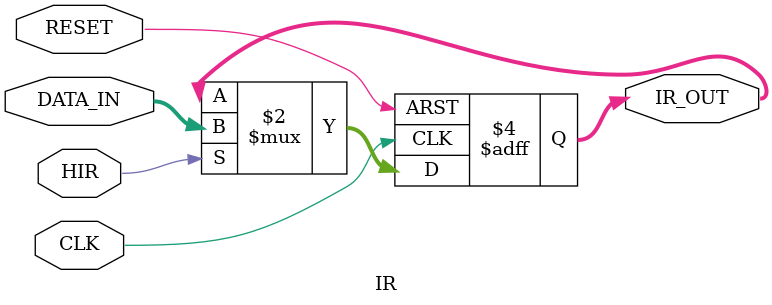
<source format=v>
module IR(
    input wire CLK,
    input wire RESET,      // Reset asíncrono
    input wire HIR,         // Habilitador de carga
    input wire [7:0] DATA_IN,  // Entrada de datos (instrucción desde memoria)
    output reg [7:0] IR_OUT    // Salida del registro (instrucción almacenada)
);

// Registro con carga controlada por HIR y reset asincrónico
always @(posedge CLK or posedge RESET) begin
    if (RESET) begin
        IR_OUT <= 8'b0;           // Resetear el registro a 0
    end else if (HIR) begin
        IR_OUT <= DATA_IN;        // Capturar instrucción cuando HIR esté activo
    end
end

endmodule

</source>
